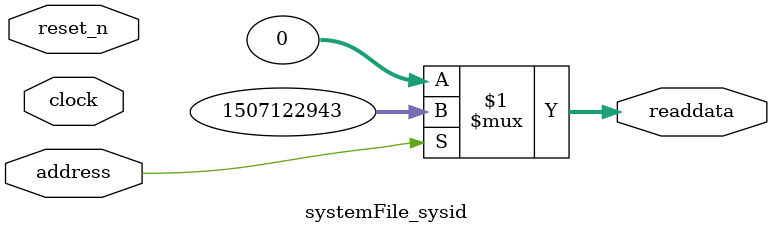
<source format=v>



// synthesis translate_off
`timescale 1ns / 1ps
// synthesis translate_on

// turn off superfluous verilog processor warnings 
// altera message_level Level1 
// altera message_off 10034 10035 10036 10037 10230 10240 10030 

module systemFile_sysid (
               // inputs:
                address,
                clock,
                reset_n,

               // outputs:
                readdata
             )
;

  output  [ 31: 0] readdata;
  input            address;
  input            clock;
  input            reset_n;

  wire    [ 31: 0] readdata;
  //control_slave, which is an e_avalon_slave
  assign readdata = address ? 1507122943 : 0;

endmodule



</source>
